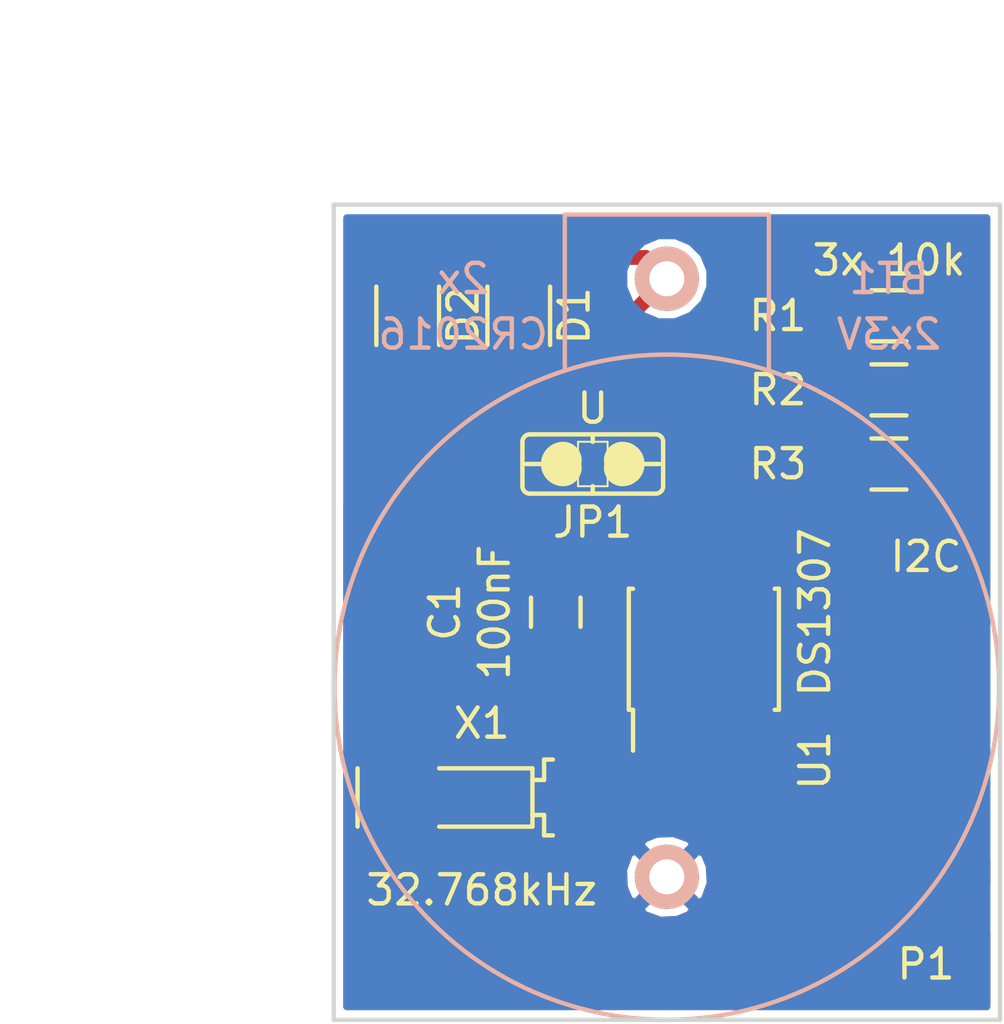
<source format=kicad_pcb>
(kicad_pcb (version 4) (host pcbnew 0.201508170901+6097~28~ubuntu14.04.1-product)

  (general
    (links 23)
    (no_connects 0)
    (area 105.334999 50.724999 128.345001 78.815001)
    (thickness 1.6)
    (drawings 9)
    (tracks 51)
    (zones 0)
    (modules 11)
    (nets 11)
  )

  (page A4)
  (layers
    (0 F.Cu signal)
    (31 B.Cu signal)
    (32 B.Adhes user)
    (33 F.Adhes user)
    (34 B.Paste user)
    (35 F.Paste user)
    (36 B.SilkS user)
    (37 F.SilkS user)
    (38 B.Mask user)
    (39 F.Mask user)
    (40 Dwgs.User user)
    (41 Cmts.User user)
    (42 Eco1.User user)
    (43 Eco2.User user)
    (44 Edge.Cuts user)
    (45 Margin user)
    (46 B.CrtYd user)
    (47 F.CrtYd user)
    (48 B.Fab user)
    (49 F.Fab user)
  )

  (setup
    (last_trace_width 0.25)
    (user_trace_width 0.2032)
    (user_trace_width 0.254)
    (user_trace_width 0.3048)
    (user_trace_width 0.3556)
    (user_trace_width 0.4064)
    (user_trace_width 0.4572)
    (user_trace_width 0.508)
    (trace_clearance 0.2)
    (zone_clearance 0.254)
    (zone_45_only no)
    (trace_min 0.2032)
    (segment_width 0.2)
    (edge_width 0.15)
    (via_size 0.6)
    (via_drill 0.4)
    (via_min_size 0.5)
    (via_min_drill 0.3)
    (user_via 0.5 0.3)
    (user_via 0.6 0.4)
    (uvia_size 0.3)
    (uvia_drill 0.1)
    (uvias_allowed no)
    (uvia_min_size 0)
    (uvia_min_drill 0)
    (pcb_text_width 0.3)
    (pcb_text_size 1.5 1.5)
    (mod_edge_width 0.15)
    (mod_text_size 1 1)
    (mod_text_width 0.15)
    (pad_size 1.524 1.524)
    (pad_drill 0.762)
    (pad_to_mask_clearance 0.2)
    (aux_axis_origin 116.84 64.77)
    (grid_origin 71.12 30.48)
    (visible_elements FFFFFFFF)
    (pcbplotparams
      (layerselection 0x00030_80000001)
      (usegerberextensions false)
      (excludeedgelayer true)
      (linewidth 0.100000)
      (plotframeref false)
      (viasonmask false)
      (mode 1)
      (useauxorigin false)
      (hpglpennumber 1)
      (hpglpenspeed 20)
      (hpglpendiameter 15)
      (hpglpenoverlay 2)
      (psnegative false)
      (psa4output false)
      (plotreference true)
      (plotvalue true)
      (plotinvisibletext false)
      (padsonsilk false)
      (subtractmaskfromsilk false)
      (outputformat 1)
      (mirror false)
      (drillshape 1)
      (scaleselection 1)
      (outputdirectory ""))
  )

  (net 0 "")
  (net 1 GND)
  (net 2 +BATT)
  (net 3 "Net-(C1-Pad1)")
  (net 4 VCC)
  (net 5 "Net-(P1-Pad2)")
  (net 6 "Net-(P1-Pad3)")
  (net 7 "Net-(P1-Pad4)")
  (net 8 "Net-(U1-Pad1)")
  (net 9 "Net-(U1-Pad2)")
  (net 10 "Net-(D1-Pad1)")

  (net_class Default "Dies ist die voreingestellte Netzklasse."
    (clearance 0.2)
    (trace_width 0.25)
    (via_dia 0.6)
    (via_drill 0.4)
    (uvia_dia 0.3)
    (uvia_drill 0.1)
    (add_net +BATT)
    (add_net GND)
    (add_net "Net-(C1-Pad1)")
    (add_net "Net-(D1-Pad1)")
    (add_net "Net-(P1-Pad2)")
    (add_net "Net-(P1-Pad3)")
    (add_net "Net-(P1-Pad4)")
    (add_net "Net-(U1-Pad1)")
    (add_net "Net-(U1-Pad2)")
    (add_net VCC)
  )

  (module KZH-20:KZH-20 (layer B.Cu) (tedit 57534A82) (tstamp 573CB3C0)
    (at 116.84 53.34 90)
    (path /573CB2A4)
    (fp_text reference BT1 (at 0 7.62 360) (layer B.SilkS)
      (effects (font (size 1 1) (thickness 0.15)) (justify mirror))
    )
    (fp_text value 2x3V (at -1.905 7.62 180) (layer B.SilkS)
      (effects (font (size 1 1) (thickness 0.15)) (justify mirror))
    )
    (fp_line (start 2.2 -3.5) (end -3.1 -3.5) (layer B.SilkS) (width 0.15))
    (fp_line (start 2.2 3.5) (end -3.1 3.5) (layer B.SilkS) (width 0.15))
    (fp_line (start 2.2 3.5) (end 2.2 -3.5) (layer B.SilkS) (width 0.15))
    (fp_circle (center -14 0) (end -25.4 0) (layer B.SilkS) (width 0.15))
    (pad 2 thru_hole circle (at -20.5 0 90) (size 2.2 2.2) (drill 1.2) (layers *.Cu *.Mask B.SilkS)
      (net 1 GND))
    (pad 1 thru_hole circle (at 0 0 90) (size 2.2 2.2) (drill 1.2) (layers *.Cu *.Mask B.SilkS)
      (net 2 +BATT))
  )

  (module Capacitors_SMD:C_0805_HandSoldering (layer F.Cu) (tedit 57534862) (tstamp 573CB3C6)
    (at 113.03 64.77 270)
    (descr "Capacitor SMD 0805, hand soldering")
    (tags "capacitor 0805")
    (path /573C9939)
    (attr smd)
    (fp_text reference C1 (at 0 3.81 270) (layer F.SilkS)
      (effects (font (size 1 1) (thickness 0.15)))
    )
    (fp_text value 100nF (at 0 2.1 270) (layer F.SilkS)
      (effects (font (size 1 1) (thickness 0.15)))
    )
    (fp_line (start -2.3 -1) (end 2.3 -1) (layer F.CrtYd) (width 0.05))
    (fp_line (start -2.3 1) (end 2.3 1) (layer F.CrtYd) (width 0.05))
    (fp_line (start -2.3 -1) (end -2.3 1) (layer F.CrtYd) (width 0.05))
    (fp_line (start 2.3 -1) (end 2.3 1) (layer F.CrtYd) (width 0.05))
    (fp_line (start 0.5 -0.85) (end -0.5 -0.85) (layer F.SilkS) (width 0.15))
    (fp_line (start -0.5 0.85) (end 0.5 0.85) (layer F.SilkS) (width 0.15))
    (pad 1 smd rect (at -1.25 0 270) (size 1.5 1.25) (layers F.Cu F.Paste F.Mask)
      (net 3 "Net-(C1-Pad1)"))
    (pad 2 smd rect (at 1.25 0 270) (size 1.5 1.25) (layers F.Cu F.Paste F.Mask)
      (net 1 GND))
    (model Capacitors_SMD.3dshapes/C_0805_HandSoldering.wrl
      (at (xyz 0 0 0))
      (scale (xyz 1 1 1))
      (rotate (xyz 0 0 0))
    )
  )

  (module Resistors_SMD:R_0805_HandSoldering (layer F.Cu) (tedit 57534A1D) (tstamp 573CB3DB)
    (at 124.46 54.61 180)
    (descr "Resistor SMD 0805, hand soldering")
    (tags "resistor 0805")
    (path /573C9691)
    (attr smd)
    (fp_text reference R1 (at 3.81 0 180) (layer F.SilkS)
      (effects (font (size 1 1) (thickness 0.15)))
    )
    (fp_text value 10k (at 0 0 180) (layer F.Fab)
      (effects (font (size 1 1) (thickness 0.15)))
    )
    (fp_line (start -2.4 -1) (end 2.4 -1) (layer F.CrtYd) (width 0.05))
    (fp_line (start -2.4 1) (end 2.4 1) (layer F.CrtYd) (width 0.05))
    (fp_line (start -2.4 -1) (end -2.4 1) (layer F.CrtYd) (width 0.05))
    (fp_line (start 2.4 -1) (end 2.4 1) (layer F.CrtYd) (width 0.05))
    (fp_line (start 0.6 0.875) (end -0.6 0.875) (layer F.SilkS) (width 0.15))
    (fp_line (start -0.6 -0.875) (end 0.6 -0.875) (layer F.SilkS) (width 0.15))
    (pad 1 smd rect (at -1.35 0 180) (size 1.5 1.3) (layers F.Cu F.Paste F.Mask)
      (net 4 VCC))
    (pad 2 smd rect (at 1.35 0 180) (size 1.5 1.3) (layers F.Cu F.Paste F.Mask)
      (net 7 "Net-(P1-Pad4)"))
    (model Resistors_SMD.3dshapes/R_0805_HandSoldering.wrl
      (at (xyz 0 0 0))
      (scale (xyz 1 1 1))
      (rotate (xyz 0 0 0))
    )
  )

  (module Resistors_SMD:R_0805_HandSoldering (layer F.Cu) (tedit 57534A1A) (tstamp 573CB3E1)
    (at 124.46 57.15 180)
    (descr "Resistor SMD 0805, hand soldering")
    (tags "resistor 0805")
    (path /573C966D)
    (attr smd)
    (fp_text reference R2 (at 3.81 0 180) (layer F.SilkS)
      (effects (font (size 1 1) (thickness 0.15)))
    )
    (fp_text value 10k (at 0 0 180) (layer F.Fab)
      (effects (font (size 1 1) (thickness 0.15)))
    )
    (fp_line (start -2.4 -1) (end 2.4 -1) (layer F.CrtYd) (width 0.05))
    (fp_line (start -2.4 1) (end 2.4 1) (layer F.CrtYd) (width 0.05))
    (fp_line (start -2.4 -1) (end -2.4 1) (layer F.CrtYd) (width 0.05))
    (fp_line (start 2.4 -1) (end 2.4 1) (layer F.CrtYd) (width 0.05))
    (fp_line (start 0.6 0.875) (end -0.6 0.875) (layer F.SilkS) (width 0.15))
    (fp_line (start -0.6 -0.875) (end 0.6 -0.875) (layer F.SilkS) (width 0.15))
    (pad 1 smd rect (at -1.35 0 180) (size 1.5 1.3) (layers F.Cu F.Paste F.Mask)
      (net 4 VCC))
    (pad 2 smd rect (at 1.35 0 180) (size 1.5 1.3) (layers F.Cu F.Paste F.Mask)
      (net 6 "Net-(P1-Pad3)"))
    (model Resistors_SMD.3dshapes/R_0805_HandSoldering.wrl
      (at (xyz 0 0 0))
      (scale (xyz 1 1 1))
      (rotate (xyz 0 0 0))
    )
  )

  (module Resistors_SMD:R_0805_HandSoldering (layer F.Cu) (tedit 57534A17) (tstamp 573CB3E7)
    (at 124.46 59.69 180)
    (descr "Resistor SMD 0805, hand soldering")
    (tags "resistor 0805")
    (path /573C95EE)
    (attr smd)
    (fp_text reference R3 (at 3.81 0 180) (layer F.SilkS)
      (effects (font (size 1 1) (thickness 0.15)))
    )
    (fp_text value 10k (at 0 0 180) (layer F.Fab)
      (effects (font (size 1 1) (thickness 0.15)))
    )
    (fp_line (start -2.4 -1) (end 2.4 -1) (layer F.CrtYd) (width 0.05))
    (fp_line (start -2.4 1) (end 2.4 1) (layer F.CrtYd) (width 0.05))
    (fp_line (start -2.4 -1) (end -2.4 1) (layer F.CrtYd) (width 0.05))
    (fp_line (start 2.4 -1) (end 2.4 1) (layer F.CrtYd) (width 0.05))
    (fp_line (start 0.6 0.875) (end -0.6 0.875) (layer F.SilkS) (width 0.15))
    (fp_line (start -0.6 -0.875) (end 0.6 -0.875) (layer F.SilkS) (width 0.15))
    (pad 1 smd rect (at -1.35 0 180) (size 1.5 1.3) (layers F.Cu F.Paste F.Mask)
      (net 4 VCC))
    (pad 2 smd rect (at 1.35 0 180) (size 1.5 1.3) (layers F.Cu F.Paste F.Mask)
      (net 5 "Net-(P1-Pad2)"))
    (model Resistors_SMD.3dshapes/R_0805_HandSoldering.wrl
      (at (xyz 0 0 0))
      (scale (xyz 1 1 1))
      (rotate (xyz 0 0 0))
    )
  )

  (module Housings_SOIC:SOIC-8_3.9x4.9mm_Pitch1.27mm (layer F.Cu) (tedit 5753481D) (tstamp 573CB3F3)
    (at 118.11 66.04 90)
    (descr "8-Lead Plastic Small Outline (SN) - Narrow, 3.90 mm Body [SOIC] (see Microchip Packaging Specification 00000049BS.pdf)")
    (tags "SOIC 1.27")
    (path /573C94F0)
    (attr smd)
    (fp_text reference U1 (at -3.81 3.81 90) (layer F.SilkS)
      (effects (font (size 1 1) (thickness 0.15)))
    )
    (fp_text value DS1307 (at 1.27 3.81 90) (layer F.SilkS)
      (effects (font (size 1 1) (thickness 0.15)))
    )
    (fp_line (start -3.75 -2.75) (end -3.75 2.75) (layer F.CrtYd) (width 0.05))
    (fp_line (start 3.75 -2.75) (end 3.75 2.75) (layer F.CrtYd) (width 0.05))
    (fp_line (start -3.75 -2.75) (end 3.75 -2.75) (layer F.CrtYd) (width 0.05))
    (fp_line (start -3.75 2.75) (end 3.75 2.75) (layer F.CrtYd) (width 0.05))
    (fp_line (start -2.075 -2.575) (end -2.075 -2.43) (layer F.SilkS) (width 0.15))
    (fp_line (start 2.075 -2.575) (end 2.075 -2.43) (layer F.SilkS) (width 0.15))
    (fp_line (start 2.075 2.575) (end 2.075 2.43) (layer F.SilkS) (width 0.15))
    (fp_line (start -2.075 2.575) (end -2.075 2.43) (layer F.SilkS) (width 0.15))
    (fp_line (start -2.075 -2.575) (end 2.075 -2.575) (layer F.SilkS) (width 0.15))
    (fp_line (start -2.075 2.575) (end 2.075 2.575) (layer F.SilkS) (width 0.15))
    (fp_line (start -2.075 -2.43) (end -3.475 -2.43) (layer F.SilkS) (width 0.15))
    (pad 1 smd rect (at -2.7 -1.905 90) (size 1.55 0.6) (layers F.Cu F.Paste F.Mask)
      (net 8 "Net-(U1-Pad1)"))
    (pad 2 smd rect (at -2.7 -0.635 90) (size 1.55 0.6) (layers F.Cu F.Paste F.Mask)
      (net 9 "Net-(U1-Pad2)"))
    (pad 3 smd rect (at -2.7 0.635 90) (size 1.55 0.6) (layers F.Cu F.Paste F.Mask)
      (net 1 GND))
    (pad 4 smd rect (at -2.7 1.905 90) (size 1.55 0.6) (layers F.Cu F.Paste F.Mask)
      (net 1 GND))
    (pad 5 smd rect (at 2.7 1.905 90) (size 1.55 0.6) (layers F.Cu F.Paste F.Mask)
      (net 5 "Net-(P1-Pad2)"))
    (pad 6 smd rect (at 2.7 0.635 90) (size 1.55 0.6) (layers F.Cu F.Paste F.Mask)
      (net 6 "Net-(P1-Pad3)"))
    (pad 7 smd rect (at 2.7 -0.635 90) (size 1.55 0.6) (layers F.Cu F.Paste F.Mask)
      (net 7 "Net-(P1-Pad4)"))
    (pad 8 smd rect (at 2.7 -1.905 90) (size 1.55 0.6) (layers F.Cu F.Paste F.Mask)
      (net 3 "Net-(C1-Pad1)"))
    (model Housings_SOIC.3dshapes/SOIC-8_3.9x4.9mm_Pitch1.27mm.wrl
      (at (xyz 0 0 0))
      (scale (xyz 1 1 1))
      (rotate (xyz 0 0 0))
    )
  )

  (module MS1V-T1K:MS1V-T1K (layer F.Cu) (tedit 57534838) (tstamp 573CB3FA)
    (at 113.03 71.12)
    (path /573CB5EB)
    (fp_text reference X1 (at -2.54 -2.54 180) (layer F.SilkS)
      (effects (font (size 1 1) (thickness 0.15)))
    )
    (fp_text value 32.768kHz (at -2.54 3.175) (layer F.SilkS)
      (effects (font (size 1 1) (thickness 0.15)))
    )
    (fp_line (start -0.1 1.3) (end -0.4 1.3) (layer F.SilkS) (width 0.15))
    (fp_line (start -0.4 1.3) (end -0.4 0.6) (layer F.SilkS) (width 0.15))
    (fp_line (start -0.4 0.6) (end -0.8 0.6) (layer F.SilkS) (width 0.15))
    (fp_line (start -0.1 -1.3) (end -0.4 -1.3) (layer F.SilkS) (width 0.15))
    (fp_line (start -0.4 -1.3) (end -0.4 -0.6) (layer F.SilkS) (width 0.15))
    (fp_line (start -0.4 -0.6) (end -0.8 -0.6) (layer F.SilkS) (width 0.15))
    (fp_line (start -0.8 -1) (end -0.8 1) (layer F.SilkS) (width 0.15))
    (fp_line (start -4 1) (end -0.8 1) (layer F.SilkS) (width 0.15))
    (fp_line (start -4 -1) (end -0.8 -1) (layer F.SilkS) (width 0.15))
    (fp_line (start -6.8 -1) (end -6.8 1) (layer F.SilkS) (width 0.15))
    (pad 1 smd rect (at 0.8 1.3) (size 1.6 1) (layers F.Cu F.Paste F.Mask)
      (net 9 "Net-(U1-Pad2)"))
    (pad 2 smd rect (at 0.8 -1.3) (size 1.6 1) (layers F.Cu F.Paste F.Mask)
      (net 8 "Net-(U1-Pad1)"))
    (pad 3 smd rect (at -5.45 0) (size 2.5 3) (layers F.Cu F.Paste F.Mask)
      (net 1 GND))
  )

  (module SMD:SMD_05-4mm (layer F.Cu) (tedit 575347EF) (tstamp 57533283)
    (at 125.73 64.77)
    (path /573CA839)
    (fp_text reference P1 (at 0 12.065) (layer F.SilkS)
      (effects (font (size 1 1) (thickness 0.15)))
    )
    (fp_text value I2C (at 0 -1.905) (layer F.SilkS)
      (effects (font (size 1 1) (thickness 0.15)))
    )
    (pad 5 connect rect (at 0 10.16) (size 4 1) (layers F.Cu F.Mask)
      (net 1 GND))
    (pad 4 connect rect (at 0 7.62) (size 4 1) (layers F.Cu F.Mask)
      (net 7 "Net-(P1-Pad4)"))
    (pad 3 connect rect (at 0 5.08) (size 4 1) (layers F.Cu F.Mask)
      (net 6 "Net-(P1-Pad3)"))
    (pad 2 connect rect (at 0 2.54) (size 4 1) (layers F.Cu F.Mask)
      (net 5 "Net-(P1-Pad2)"))
    (pad 1 connect rect (at 0 0) (size 4 1) (layers F.Cu F.Mask)
      (net 4 VCC))
  )

  (module Footprints:SJ_2 (layer F.Cu) (tedit 57534C95) (tstamp 57533496)
    (at 114.3 59.69 180)
    (descr "SOLDER JUMPER")
    (tags "SOLDER JUMPER")
    (path /57526D20)
    (attr smd)
    (fp_text reference JP1 (at 0 -2 180) (layer F.SilkS)
      (effects (font (size 1 1) (thickness 0.15)))
    )
    (fp_text value U (at 0 1.905 180) (layer F.SilkS)
      (effects (font (size 1 1) (thickness 0.15)))
    )
    (fp_line (start -0.508 0.762) (end 0.508 0.762) (layer F.SilkS) (width 0.06604))
    (fp_line (start 0.508 0.762) (end 0.508 -0.762) (layer F.SilkS) (width 0.06604))
    (fp_line (start -0.508 -0.762) (end 0.508 -0.762) (layer F.SilkS) (width 0.06604))
    (fp_line (start -0.508 0.762) (end -0.508 -0.762) (layer F.SilkS) (width 0.06604))
    (fp_line (start 2.159 1.016) (end -2.159 1.016) (layer F.SilkS) (width 0.1524))
    (fp_line (start 2.413 0.762) (end 2.413 -0.762) (layer F.SilkS) (width 0.1524))
    (fp_line (start -2.413 0.762) (end -2.413 -0.762) (layer F.SilkS) (width 0.1524))
    (fp_line (start -2.159 -1.016) (end 2.159 -1.016) (layer F.SilkS) (width 0.1524))
    (fp_line (start 1.778 0) (end 2.286 0) (layer F.SilkS) (width 0.1524))
    (fp_line (start -1.778 0) (end -2.286 0) (layer F.SilkS) (width 0.1524))
    (fp_line (start 0 -0.762) (end 0 -1.016) (layer F.SilkS) (width 0.1524))
    (fp_line (start 0 1.016) (end 0 0.762) (layer F.SilkS) (width 0.1524))
    (fp_arc (start 2.159 -0.762) (end 2.159 -1.016) (angle 90) (layer F.SilkS) (width 0.1524))
    (fp_arc (start -2.159 -0.762) (end -2.413 -0.762) (angle 90) (layer F.SilkS) (width 0.1524))
    (fp_arc (start -2.159 0.762) (end -2.159 1.016) (angle 90) (layer F.SilkS) (width 0.1524))
    (fp_arc (start 2.159 0.762) (end 2.413 0.762) (angle 90) (layer F.SilkS) (width 0.1524))
    (fp_arc (start 1.016 0) (end 1.016 -0.127) (angle 180) (layer F.SilkS) (width 1.27))
    (fp_arc (start -1.016 0) (end -1.016 0.127) (angle 180) (layer F.SilkS) (width 1.27))
    (pad 1 smd rect (at -1.524 0 180) (size 1.1684 1.6002) (layers F.Cu F.Paste F.Mask)
      (net 2 +BATT))
    (pad 2 smd rect (at 0 0 180) (size 1.1684 1.6002) (layers F.Cu F.Paste F.Mask)
      (net 10 "Net-(D1-Pad1)"))
    (pad 3 smd rect (at 1.524 0 180) (size 1.1684 1.6002) (layers F.Cu F.Paste F.Mask)
      (net 3 "Net-(C1-Pad1)"))
  )

  (module Resistors_SMD:R_1206_HandSoldering (layer F.Cu) (tedit 575349BD) (tstamp 57533F45)
    (at 111.76 54.61 90)
    (descr "Resistor SMD 1206, hand soldering")
    (tags "resistor 1206")
    (path /573CA5BE)
    (attr smd)
    (fp_text reference D1 (at 0 1.905 270) (layer F.SilkS)
      (effects (font (size 1 1) (thickness 0.15)))
    )
    (fp_text value 0.7V (at 0 0 90) (layer F.Fab)
      (effects (font (size 1 1) (thickness 0.15)))
    )
    (fp_line (start -3.3 -1.2) (end 3.3 -1.2) (layer F.CrtYd) (width 0.05))
    (fp_line (start -3.3 1.2) (end 3.3 1.2) (layer F.CrtYd) (width 0.05))
    (fp_line (start -3.3 -1.2) (end -3.3 1.2) (layer F.CrtYd) (width 0.05))
    (fp_line (start 3.3 -1.2) (end 3.3 1.2) (layer F.CrtYd) (width 0.05))
    (fp_line (start 1 1.075) (end -1 1.075) (layer F.SilkS) (width 0.15))
    (fp_line (start -1 -1.075) (end 1 -1.075) (layer F.SilkS) (width 0.15))
    (pad 1 smd rect (at -2 0 90) (size 2 1.7) (layers F.Cu F.Paste F.Mask)
      (net 10 "Net-(D1-Pad1)"))
    (pad 2 smd rect (at 2 0 90) (size 2 1.7) (layers F.Cu F.Paste F.Mask)
      (net 2 +BATT))
    (model Resistors_SMD.3dshapes/R_1206_HandSoldering.wrl
      (at (xyz 0 0 0))
      (scale (xyz 1 1 1))
      (rotate (xyz 0 0 0))
    )
  )

  (module Resistors_SMD:R_1206_HandSoldering (layer F.Cu) (tedit 575349C1) (tstamp 57533F4A)
    (at 107.95 54.61 90)
    (descr "Resistor SMD 1206, hand soldering")
    (tags "resistor 1206")
    (path /574F2753)
    (attr smd)
    (fp_text reference D2 (at 0 1.905 270) (layer F.SilkS)
      (effects (font (size 1 1) (thickness 0.15)))
    )
    (fp_text value 0.7V (at 0 0 90) (layer F.Fab)
      (effects (font (size 1 1) (thickness 0.15)))
    )
    (fp_line (start -3.3 -1.2) (end 3.3 -1.2) (layer F.CrtYd) (width 0.05))
    (fp_line (start -3.3 1.2) (end 3.3 1.2) (layer F.CrtYd) (width 0.05))
    (fp_line (start -3.3 -1.2) (end -3.3 1.2) (layer F.CrtYd) (width 0.05))
    (fp_line (start 3.3 -1.2) (end 3.3 1.2) (layer F.CrtYd) (width 0.05))
    (fp_line (start 1 1.075) (end -1 1.075) (layer F.SilkS) (width 0.15))
    (fp_line (start -1 -1.075) (end 1 -1.075) (layer F.SilkS) (width 0.15))
    (pad 1 smd rect (at -2 0 90) (size 2 1.7) (layers F.Cu F.Paste F.Mask)
      (net 3 "Net-(C1-Pad1)"))
    (pad 2 smd rect (at 2 0 90) (size 2 1.7) (layers F.Cu F.Paste F.Mask)
      (net 10 "Net-(D1-Pad1)"))
    (model Resistors_SMD.3dshapes/R_1206_HandSoldering.wrl
      (at (xyz 0 0 0))
      (scale (xyz 1 1 1))
      (rotate (xyz 0 0 0))
    )
  )

  (dimension 22.86 (width 0.3) (layer Eco1.User)
    (gr_text "22,860 mm" (at 116.84 45.64) (layer Eco1.User)
      (effects (font (size 1.5 1.5) (thickness 0.3)))
    )
    (feature1 (pts (xy 128.27 50.8) (xy 128.27 44.29)))
    (feature2 (pts (xy 105.41 50.8) (xy 105.41 44.29)))
    (crossbar (pts (xy 105.41 46.99) (xy 128.27 46.99)))
    (arrow1a (pts (xy 128.27 46.99) (xy 127.143496 47.576421)))
    (arrow1b (pts (xy 128.27 46.99) (xy 127.143496 46.403579)))
    (arrow2a (pts (xy 105.41 46.99) (xy 106.536504 47.576421)))
    (arrow2b (pts (xy 105.41 46.99) (xy 106.536504 46.403579)))
  )
  (dimension 27.94 (width 0.3) (layer Eco1.User)
    (gr_text "27,940 mm" (at 100.25 64.77 90) (layer Eco1.User)
      (effects (font (size 1.5 1.5) (thickness 0.3)))
    )
    (feature1 (pts (xy 105.41 50.8) (xy 98.9 50.8)))
    (feature2 (pts (xy 105.41 78.74) (xy 98.9 78.74)))
    (crossbar (pts (xy 101.6 78.74) (xy 101.6 50.8)))
    (arrow1a (pts (xy 101.6 50.8) (xy 102.186421 51.926504)))
    (arrow1b (pts (xy 101.6 50.8) (xy 101.013579 51.926504)))
    (arrow2a (pts (xy 101.6 78.74) (xy 102.186421 77.613496)))
    (arrow2b (pts (xy 101.6 78.74) (xy 101.013579 77.613496)))
  )
  (gr_line (start 105.41 50.8) (end 128.27 50.8) (angle 90) (layer Edge.Cuts) (width 0.15))
  (gr_text 2x (at 109.855 53.34) (layer B.SilkS)
    (effects (font (size 1 1) (thickness 0.15)) (justify mirror))
  )
  (gr_text CR2016 (at 109.855 55.245) (layer B.SilkS)
    (effects (font (size 1 1) (thickness 0.15)) (justify mirror))
  )
  (gr_text "3x 10k" (at 124.46 52.705) (layer F.SilkS)
    (effects (font (size 1 1) (thickness 0.15)))
  )
  (gr_line (start 105.41 78.74) (end 105.41 50.8) (angle 90) (layer Edge.Cuts) (width 0.15))
  (gr_line (start 128.27 78.74) (end 105.41 78.74) (angle 90) (layer Edge.Cuts) (width 0.15))
  (gr_line (start 128.27 50.8) (end 128.27 78.74) (angle 90) (layer Edge.Cuts) (width 0.15))

  (segment (start 111.76 52.61) (end 116.11 52.61) (width 0.508) (layer F.Cu) (net 2))
  (segment (start 116.11 52.61) (end 116.84 53.34) (width 0.508) (layer F.Cu) (net 2) (tstamp 575346A5))
  (segment (start 116.84 53.34) (end 115.824 54.356) (width 0.508) (layer F.Cu) (net 2))
  (segment (start 115.824 54.356) (end 115.824 59.69) (width 0.508) (layer F.Cu) (net 2) (tstamp 575346A0))
  (segment (start 112.776 59.69) (end 113.03 59.944) (width 0.508) (layer F.Cu) (net 3))
  (segment (start 113.03 59.944) (end 113.03 63.52) (width 0.508) (layer F.Cu) (net 3) (tstamp 57534223))
  (segment (start 107.95 56.61) (end 111.03 59.69) (width 0.508) (layer F.Cu) (net 3))
  (segment (start 111.03 59.69) (end 112.776 59.69) (width 0.508) (layer F.Cu) (net 3) (tstamp 57534220))
  (segment (start 116.205 63.34) (end 113.21 63.34) (width 0.508) (layer F.Cu) (net 3))
  (segment (start 113.21 63.34) (end 113.03 63.52) (width 0.508) (layer F.Cu) (net 3) (tstamp 5753418E))
  (segment (start 125.81 54.61) (end 125.81 57.15) (width 0.508) (layer F.Cu) (net 4))
  (segment (start 125.81 57.15) (end 125.81 59.69) (width 0.508) (layer F.Cu) (net 4) (tstamp 57534146))
  (segment (start 125.81 59.69) (end 125.73 59.77) (width 0.508) (layer F.Cu) (net 4) (tstamp 57534147))
  (segment (start 125.73 59.77) (end 125.73 64.77) (width 0.508) (layer F.Cu) (net 4) (tstamp 57534148))
  (segment (start 120.015 63.34) (end 120.015 60.96) (width 0.508) (layer F.Cu) (net 5))
  (segment (start 121.285 59.69) (end 123.11 59.69) (width 0.508) (layer F.Cu) (net 5) (tstamp 57534131))
  (segment (start 120.015 60.96) (end 121.285 59.69) (width 0.508) (layer F.Cu) (net 5) (tstamp 5753412A))
  (segment (start 125.73 67.31) (end 123.19 67.31) (width 0.508) (layer F.Cu) (net 5))
  (segment (start 120.015 64.135) (end 120.015 63.34) (width 0.508) (layer F.Cu) (net 5) (tstamp 575340E7))
  (segment (start 123.19 67.31) (end 120.015 64.135) (width 0.508) (layer F.Cu) (net 5) (tstamp 575340E6))
  (segment (start 125.73 69.85) (end 123.19 69.85) (width 0.508) (layer F.Cu) (net 6))
  (segment (start 122.555 69.215) (end 122.555 67.945) (width 0.508) (layer F.Cu) (net 6) (tstamp 575345D0))
  (segment (start 123.19 69.85) (end 122.555 69.215) (width 0.508) (layer F.Cu) (net 6) (tstamp 575345CD))
  (segment (start 124.46 69.85) (end 125.73 69.85) (width 0.508) (layer F.Cu) (net 6) (tstamp 5753458C))
  (segment (start 118.745 63.34) (end 118.745 59.055) (width 0.508) (layer F.Cu) (net 6))
  (segment (start 120.65 57.15) (end 123.11 57.15) (width 0.508) (layer F.Cu) (net 6) (tstamp 57534139))
  (segment (start 118.745 59.055) (end 120.65 57.15) (width 0.508) (layer F.Cu) (net 6) (tstamp 57534135))
  (segment (start 118.745 64.135) (end 118.745 63.34) (width 0.508) (layer F.Cu) (net 6) (tstamp 575340ED))
  (segment (start 122.555 67.945) (end 118.745 64.135) (width 0.508) (layer F.Cu) (net 6) (tstamp 575340EC))
  (segment (start 125.73 72.39) (end 123.19 72.39) (width 0.508) (layer F.Cu) (net 7))
  (segment (start 121.285 70.485) (end 121.285 69.85) (width 0.508) (layer F.Cu) (net 7) (tstamp 575345C6))
  (segment (start 123.19 72.39) (end 121.285 70.485) (width 0.508) (layer F.Cu) (net 7) (tstamp 575345C4))
  (segment (start 125.73 72.39) (end 123.825 72.39) (width 0.508) (layer F.Cu) (net 7))
  (segment (start 117.475 63.34) (end 117.475 57.15) (width 0.508) (layer F.Cu) (net 7))
  (segment (start 120.015 54.61) (end 123.11 54.61) (width 0.508) (layer F.Cu) (net 7) (tstamp 5753411F))
  (segment (start 117.475 57.15) (end 120.015 54.61) (width 0.508) (layer F.Cu) (net 7) (tstamp 5753411B))
  (segment (start 121.285 67.945) (end 118.745 65.405) (width 0.508) (layer F.Cu) (net 7))
  (segment (start 118.745 65.405) (end 117.475 64.135) (width 0.508) (layer F.Cu) (net 7) (tstamp 575340F0))
  (segment (start 117.475 64.135) (end 117.475 63.34) (width 0.508) (layer F.Cu) (net 7) (tstamp 575340F1))
  (segment (start 121.285 69.85) (end 121.285 67.945) (width 0.508) (layer F.Cu) (net 7) (tstamp 575345BD))
  (segment (start 116.205 68.74) (end 115.125 69.82) (width 0.508) (layer F.Cu) (net 8))
  (segment (start 115.125 69.82) (end 113.83 69.82) (width 0.508) (layer F.Cu) (net 8) (tstamp 575341E7))
  (segment (start 117.475 68.74) (end 117.475 70.485) (width 0.508) (layer F.Cu) (net 9))
  (segment (start 115.54 72.42) (end 113.83 72.42) (width 0.508) (layer F.Cu) (net 9) (tstamp 575341F1))
  (segment (start 117.475 70.485) (end 115.54 72.42) (width 0.508) (layer F.Cu) (net 9) (tstamp 575341ED))
  (segment (start 111.76 56.61) (end 111.855 56.515) (width 0.508) (layer F.Cu) (net 10))
  (segment (start 111.855 56.515) (end 113.03 56.515) (width 0.508) (layer F.Cu) (net 10) (tstamp 57534213))
  (segment (start 114.3 57.785) (end 114.3 59.69) (width 0.508) (layer F.Cu) (net 10) (tstamp 57534218))
  (segment (start 113.03 56.515) (end 114.3 57.785) (width 0.508) (layer F.Cu) (net 10) (tstamp 57534216))
  (segment (start 107.95 52.61) (end 111.76 56.42) (width 0.508) (layer F.Cu) (net 10))
  (segment (start 111.76 56.42) (end 111.76 56.61) (width 0.508) (layer F.Cu) (net 10) (tstamp 57534210))

  (zone (net 1) (net_name GND) (layer F.Cu) (tstamp 575342EB) (hatch edge 0.508)
    (connect_pads (clearance 0.254))
    (min_thickness 0.254)
    (fill yes (arc_segments 16) (thermal_gap 0.254) (thermal_bridge_width 0.508))
    (polygon
      (pts
        (xy 105.41 60.96) (xy 105.41 78.74) (xy 128.27 78.74) (xy 128.27 60.96)
      )
    )
    (filled_polygon
      (pts
        (xy 112.395 62.383418) (xy 112.26381 62.408103) (xy 112.134135 62.491546) (xy 112.047141 62.618866) (xy 112.016536 62.77)
        (xy 112.016536 64.27) (xy 112.043103 64.41119) (xy 112.126546 64.540865) (xy 112.253866 64.627859) (xy 112.405 64.658464)
        (xy 113.655 64.658464) (xy 113.79619 64.631897) (xy 113.925865 64.548454) (xy 114.012859 64.421134) (xy 114.043464 64.27)
        (xy 114.043464 63.975) (xy 115.516536 63.975) (xy 115.516536 64.115) (xy 115.543103 64.25619) (xy 115.626546 64.385865)
        (xy 115.753866 64.472859) (xy 115.905 64.503464) (xy 116.505 64.503464) (xy 116.64619 64.476897) (xy 116.775865 64.393454)
        (xy 116.84053 64.298813) (xy 116.886926 64.370915) (xy 116.888336 64.378004) (xy 117.025987 64.584013) (xy 118.295987 65.854013)
        (xy 120.142 67.700025) (xy 120.142 68.613) (xy 120.162 68.613) (xy 120.162 68.867) (xy 120.142 68.867)
        (xy 120.142 69.80075) (xy 120.23725 69.896) (xy 120.390785 69.896) (xy 120.530819 69.837996) (xy 120.637996 69.73082)
        (xy 120.65 69.70184) (xy 120.65 70.485) (xy 120.698336 70.728004) (xy 120.835987 70.934013) (xy 122.740987 72.839013)
        (xy 122.946996 72.976664) (xy 123.19 73.025) (xy 123.366938 73.025) (xy 123.368103 73.03119) (xy 123.451546 73.160865)
        (xy 123.578866 73.247859) (xy 123.73 73.278464) (xy 127.73 73.278464) (xy 127.814 73.262658) (xy 127.814 74.052402)
        (xy 127.805786 74.049) (xy 125.95225 74.049) (xy 125.857 74.14425) (xy 125.857 74.803) (xy 125.877 74.803)
        (xy 125.877 75.057) (xy 125.857 75.057) (xy 125.857 75.71575) (xy 125.95225 75.811) (xy 127.805786 75.811)
        (xy 127.814 75.807598) (xy 127.814 78.284) (xy 105.866 78.284) (xy 105.866 74.926153) (xy 115.933452 74.926153)
        (xy 116.058325 75.131948) (xy 116.612234 75.332739) (xy 117.200818 75.306274) (xy 117.572662 75.15225) (xy 123.349 75.15225)
        (xy 123.349 75.505785) (xy 123.407004 75.645819) (xy 123.51418 75.752996) (xy 123.654214 75.811) (xy 125.50775 75.811)
        (xy 125.603 75.71575) (xy 125.603 75.057) (xy 123.44425 75.057) (xy 123.349 75.15225) (xy 117.572662 75.15225)
        (xy 117.621675 75.131948) (xy 117.746548 74.926153) (xy 116.84 74.019605) (xy 115.933452 74.926153) (xy 105.866 74.926153)
        (xy 105.866 71.34225) (xy 105.949 71.34225) (xy 105.949 72.695785) (xy 106.007004 72.835819) (xy 106.11418 72.942996)
        (xy 106.254214 73.001) (xy 107.35775 73.001) (xy 107.453 72.90575) (xy 107.453 71.247) (xy 107.707 71.247)
        (xy 107.707 72.90575) (xy 107.80225 73.001) (xy 108.905786 73.001) (xy 109.04582 72.942996) (xy 109.152996 72.835819)
        (xy 109.211 72.695785) (xy 109.211 71.34225) (xy 109.11575 71.247) (xy 107.707 71.247) (xy 107.453 71.247)
        (xy 106.04425 71.247) (xy 105.949 71.34225) (xy 105.866 71.34225) (xy 105.866 69.544215) (xy 105.949 69.544215)
        (xy 105.949 70.89775) (xy 106.04425 70.993) (xy 107.453 70.993) (xy 107.453 69.33425) (xy 107.707 69.33425)
        (xy 107.707 70.993) (xy 109.11575 70.993) (xy 109.211 70.89775) (xy 109.211 69.544215) (xy 109.152996 69.404181)
        (xy 109.068816 69.32) (xy 112.641536 69.32) (xy 112.641536 70.32) (xy 112.668103 70.46119) (xy 112.751546 70.590865)
        (xy 112.878866 70.677859) (xy 113.03 70.708464) (xy 114.63 70.708464) (xy 114.77119 70.681897) (xy 114.900865 70.598454)
        (xy 114.987859 70.471134) (xy 114.991126 70.455) (xy 115.125 70.455) (xy 115.368004 70.406664) (xy 115.574013 70.269013)
        (xy 115.939562 69.903464) (xy 116.505 69.903464) (xy 116.64619 69.876897) (xy 116.775865 69.793454) (xy 116.84 69.699589)
        (xy 116.84 70.221974) (xy 115.276974 71.785) (xy 114.993062 71.785) (xy 114.991897 71.77881) (xy 114.908454 71.649135)
        (xy 114.781134 71.562141) (xy 114.63 71.531536) (xy 113.03 71.531536) (xy 112.88881 71.558103) (xy 112.759135 71.641546)
        (xy 112.672141 71.768866) (xy 112.641536 71.92) (xy 112.641536 72.92) (xy 112.668103 73.06119) (xy 112.751546 73.190865)
        (xy 112.878866 73.277859) (xy 113.03 73.308464) (xy 114.63 73.308464) (xy 114.77119 73.281897) (xy 114.900865 73.198454)
        (xy 114.987859 73.071134) (xy 114.991126 73.055) (xy 115.54 73.055) (xy 115.560131 73.050996) (xy 115.548052 73.058325)
        (xy 115.347261 73.612234) (xy 115.373726 74.200818) (xy 115.548052 74.621675) (xy 115.753847 74.746548) (xy 116.660395 73.84)
        (xy 117.019605 73.84) (xy 117.926153 74.746548) (xy 118.131948 74.621675) (xy 118.228901 74.354215) (xy 123.349 74.354215)
        (xy 123.349 74.70775) (xy 123.44425 74.803) (xy 125.603 74.803) (xy 125.603 74.14425) (xy 125.50775 74.049)
        (xy 123.654214 74.049) (xy 123.51418 74.107004) (xy 123.407004 74.214181) (xy 123.349 74.354215) (xy 118.228901 74.354215)
        (xy 118.332739 74.067766) (xy 118.306274 73.479182) (xy 118.131948 73.058325) (xy 117.926153 72.933452) (xy 117.019605 73.84)
        (xy 116.660395 73.84) (xy 116.646253 73.825858) (xy 116.825858 73.646253) (xy 116.84 73.660395) (xy 117.746548 72.753847)
        (xy 117.621675 72.548052) (xy 117.067766 72.347261) (xy 116.484541 72.373485) (xy 117.924013 70.934013) (xy 118.061664 70.728004)
        (xy 118.11 70.485) (xy 118.11 69.70184) (xy 118.122004 69.73082) (xy 118.229181 69.837996) (xy 118.369215 69.896)
        (xy 118.52275 69.896) (xy 118.618 69.80075) (xy 118.618 68.867) (xy 118.872 68.867) (xy 118.872 69.80075)
        (xy 118.96725 69.896) (xy 119.120785 69.896) (xy 119.260819 69.837996) (xy 119.367996 69.73082) (xy 119.38 69.70184)
        (xy 119.392004 69.73082) (xy 119.499181 69.837996) (xy 119.639215 69.896) (xy 119.79275 69.896) (xy 119.888 69.80075)
        (xy 119.888 68.867) (xy 119.42925 68.867) (xy 119.38 68.91625) (xy 119.33075 68.867) (xy 118.872 68.867)
        (xy 118.618 68.867) (xy 118.598 68.867) (xy 118.598 68.613) (xy 118.618 68.613) (xy 118.618 67.67925)
        (xy 118.872 67.67925) (xy 118.872 68.613) (xy 119.33075 68.613) (xy 119.38 68.56375) (xy 119.42925 68.613)
        (xy 119.888 68.613) (xy 119.888 67.67925) (xy 119.79275 67.584) (xy 119.639215 67.584) (xy 119.499181 67.642004)
        (xy 119.392004 67.74918) (xy 119.38 67.77816) (xy 119.367996 67.74918) (xy 119.260819 67.642004) (xy 119.120785 67.584)
        (xy 118.96725 67.584) (xy 118.872 67.67925) (xy 118.618 67.67925) (xy 118.52275 67.584) (xy 118.369215 67.584)
        (xy 118.229181 67.642004) (xy 118.122004 67.74918) (xy 118.10903 67.780503) (xy 118.053454 67.694135) (xy 117.926134 67.607141)
        (xy 117.775 67.576536) (xy 117.175 67.576536) (xy 117.03381 67.603103) (xy 116.904135 67.686546) (xy 116.83947 67.781187)
        (xy 116.783454 67.694135) (xy 116.656134 67.607141) (xy 116.505 67.576536) (xy 115.905 67.576536) (xy 115.76381 67.603103)
        (xy 115.634135 67.686546) (xy 115.547141 67.813866) (xy 115.516536 67.965) (xy 115.516536 68.530438) (xy 114.943451 69.103523)
        (xy 114.908454 69.049135) (xy 114.781134 68.962141) (xy 114.63 68.931536) (xy 113.03 68.931536) (xy 112.88881 68.958103)
        (xy 112.759135 69.041546) (xy 112.672141 69.168866) (xy 112.641536 69.32) (xy 109.068816 69.32) (xy 109.04582 69.297004)
        (xy 108.905786 69.239) (xy 107.80225 69.239) (xy 107.707 69.33425) (xy 107.453 69.33425) (xy 107.35775 69.239)
        (xy 106.254214 69.239) (xy 106.11418 69.297004) (xy 106.007004 69.404181) (xy 105.949 69.544215) (xy 105.866 69.544215)
        (xy 105.866 66.24225) (xy 112.024 66.24225) (xy 112.024 66.845786) (xy 112.082004 66.98582) (xy 112.189181 67.092996)
        (xy 112.329215 67.151) (xy 112.80775 67.151) (xy 112.903 67.05575) (xy 112.903 66.147) (xy 113.157 66.147)
        (xy 113.157 67.05575) (xy 113.25225 67.151) (xy 113.730785 67.151) (xy 113.870819 67.092996) (xy 113.977996 66.98582)
        (xy 114.036 66.845786) (xy 114.036 66.24225) (xy 113.94075 66.147) (xy 113.157 66.147) (xy 112.903 66.147)
        (xy 112.11925 66.147) (xy 112.024 66.24225) (xy 105.866 66.24225) (xy 105.866 65.194214) (xy 112.024 65.194214)
        (xy 112.024 65.79775) (xy 112.11925 65.893) (xy 112.903 65.893) (xy 112.903 64.98425) (xy 113.157 64.98425)
        (xy 113.157 65.893) (xy 113.94075 65.893) (xy 114.036 65.79775) (xy 114.036 65.194214) (xy 113.977996 65.05418)
        (xy 113.870819 64.947004) (xy 113.730785 64.889) (xy 113.25225 64.889) (xy 113.157 64.98425) (xy 112.903 64.98425)
        (xy 112.80775 64.889) (xy 112.329215 64.889) (xy 112.189181 64.947004) (xy 112.082004 65.05418) (xy 112.024 65.194214)
        (xy 105.866 65.194214) (xy 105.866 61.087) (xy 112.395 61.087)
      )
    )
  )
  (zone (net 1) (net_name GND) (layer B.Cu) (tstamp 5753439B) (hatch edge 0.508)
    (connect_pads (clearance 0.254))
    (min_thickness 0.254)
    (fill yes (arc_segments 16) (thermal_gap 0.254) (thermal_bridge_width 0.508))
    (polygon
      (pts
        (xy 105.41 50.8) (xy 105.41 78.74) (xy 128.27 78.74) (xy 128.27 50.8)
      )
    )
    (filled_polygon
      (pts
        (xy 127.814 78.284) (xy 105.866 78.284) (xy 105.866 74.926153) (xy 115.933452 74.926153) (xy 116.058325 75.131948)
        (xy 116.612234 75.332739) (xy 117.200818 75.306274) (xy 117.621675 75.131948) (xy 117.746548 74.926153) (xy 116.84 74.019605)
        (xy 115.933452 74.926153) (xy 105.866 74.926153) (xy 105.866 73.612234) (xy 115.347261 73.612234) (xy 115.373726 74.200818)
        (xy 115.548052 74.621675) (xy 115.753847 74.746548) (xy 116.660395 73.84) (xy 117.019605 73.84) (xy 117.926153 74.746548)
        (xy 118.131948 74.621675) (xy 118.332739 74.067766) (xy 118.306274 73.479182) (xy 118.131948 73.058325) (xy 117.926153 72.933452)
        (xy 117.019605 73.84) (xy 116.660395 73.84) (xy 115.753847 72.933452) (xy 115.548052 73.058325) (xy 115.347261 73.612234)
        (xy 105.866 73.612234) (xy 105.866 72.753847) (xy 115.933452 72.753847) (xy 116.84 73.660395) (xy 117.746548 72.753847)
        (xy 117.621675 72.548052) (xy 117.067766 72.347261) (xy 116.479182 72.373726) (xy 116.058325 72.548052) (xy 115.933452 72.753847)
        (xy 105.866 72.753847) (xy 105.866 53.633297) (xy 115.358743 53.633297) (xy 115.583737 54.177823) (xy 115.999985 54.594799)
        (xy 116.544118 54.820743) (xy 117.133297 54.821257) (xy 117.677823 54.596263) (xy 118.094799 54.180015) (xy 118.320743 53.635882)
        (xy 118.321257 53.046703) (xy 118.096263 52.502177) (xy 117.680015 52.085201) (xy 117.135882 51.859257) (xy 116.546703 51.858743)
        (xy 116.002177 52.083737) (xy 115.585201 52.499985) (xy 115.359257 53.044118) (xy 115.358743 53.633297) (xy 105.866 53.633297)
        (xy 105.866 51.256) (xy 127.814 51.256)
      )
    )
  )
)

</source>
